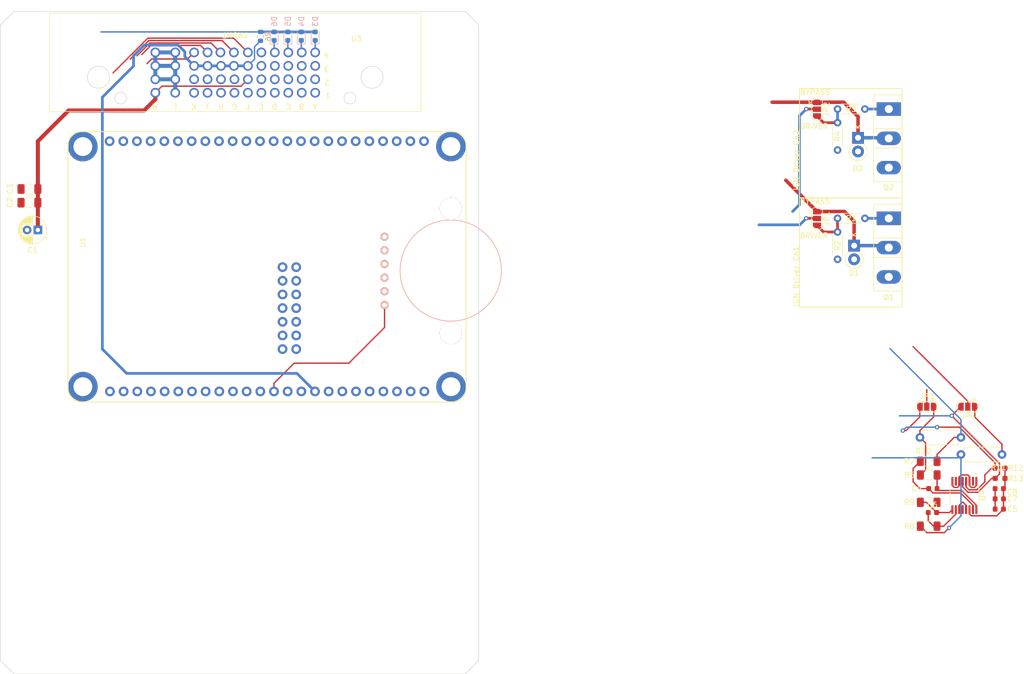
<source format=kicad_pcb>
(kicad_pcb (version 20240108) (generator "pcbnew") (generator_version "8.0")
  (layers (0 "F.Cu" signal) (31 "B.Cu" signal) (34 "B.Paste" user) (35 "F.Paste" user) (36 "B.SilkS" user "B.Silkscreen") (37 "F.SilkS" user "F.Silkscreen") (38 "B.Mask" user) (39 "F.Mask" user) (44 "Edge.Cuts" user))
  (net 0 "")
  (net 1 "IGN_COIL1_DRIVE")
  (net 2 "SAFE_SIGNAL")
  (net 3 "IGN_COIL2_DRIVE")
  (net 4 "Net-(Q1-G)")
  (net 5 "IGN_TRIG_1")
  (net 6 "IGN_TRIG_2")
  (net 7 "/INJ1_TRIG")
  (net 9 "/INJ2_TRIG")
  (net 11 "BIKE_+12V_SWITCHED_IN")
  (net 13 "BIKE_GROUND")
  (net 18 "/IDLE_1")
  (net 19 "/TACHO")
  (net 20 "/FUEL_PUMP")
  (net 21 "/FAN_CTL")
  (net 23 "SideStand_SWITCH")
  (net 26 "/NEUTRAL_LIGHT")
  (net 27 "Neutral_SWITCH")
  (net 28 "Clutch_SWITCH")
  (net 29 "SPR1_SWITCH")
  (net 30 "Net-(Q2-G)")
  (net 31 "/INJ3_TRIG")
  (net 32 "/INJ4_TRIG")
  (net 34 "IGN_TRIG_3")
  (net 35 "IGN_TRIG_4")
  (net 36 "Net-(U4-IN1+)")
  (net 37 "CLT_+5V")
  (net 38 "Net-(U1B-MAP_IN)")
  (net 39 "/TPS_SNSR")
  (net 40 "/CLT_SNSR")
  (net 41 "/IAT_SNSR")
  (net 42 "SPR2_SWITCH")
  (net 45 "/FLEX_SNSR")
  (net 46 "NEUTRAL_SIGNAL")
  (net 62 "Net-(U4-IN1-)")
  (net 64 "Net-(U4-IN2-)")
  (net 65 "/02_SNSR")
  (net 66 "Net-(U4-IN2+)")
  (net 68 "CRANK_SIGNAL")
  (net 69 "Net-(JP3-A)")
  (net 70 "CRANK_SNSR")
  (net 71 "CAM_SIGNAL")
  (net 72 "Net-(JP4-A)")
  (net 73 "CAM_SNSR")
  (net 74 "Net-(JP1-B)")
  (net 75 "Net-(JP2-B)")
  (net 76 "CRANK_SNSR_VR-")
  (net 77 "CAM_SNSR_VR-")
  (footprint "Resistor_SMD:R_1206_3216Metric_Pad1.30x1.75mm_HandSolder" (layer "F.Cu") (at 227.757501 118.58 180)
    (property "Reference" "R8")
    (property "Value" "10k")
  )
  (footprint "Resistor_SMD:R_0603_1608Metric_Pad0.98x0.95mm_HandSolder" (layer "F.Cu") (at 241.015001 107.785 180)
    (property "Reference" "R12")
    (property "Value" "1k")
  )
  (footprint "Capacitor_SMD:C_0603_1608Metric" (layer "F.Cu") (at 240.877501 111.595 180)
    (property "Reference" "C8")
    (property "Value" "1u")
  )
  (footprint "Package_TO_SOT_THT:TO-247-3_Vertical" (layer "F.Cu") (at 220.345 41.01 -90)
    (property "Reference" "Q2")
    (property "Value" "IRG4PF50W")
  )
  (footprint "Capacitor_SMD:C_0603_1608Metric" (layer "F.Cu") (at 240.877501 113.5 180)
    (property "Reference" "C7")
    (property "Value" "100n")
  )
  (footprint "Jumper:SolderJumper-3_P1.3mm_Open_RoundedPad1.0x1.5mm" (layer "F.Cu") (at 235.022501 96.355 180)
    (property "Reference" "JP4")
    (property "Value" "Cam - VR/Hall Selector")
  )
  (footprint "Package_TO_SOT_THT:TO-247-3_Vertical" (layer "F.Cu") (at 220.345 61.33 -90)
    (property "Reference" "Q1")
    (property "Value" "IRG4PF50W")
  )
  (footprint "Capacitor_SMD:C_1206_3216Metric_Pad1.33x1.80mm_HandSolder" (layer "F.Cu") (at 60.6675 58.42 180)
    (property "Reference" "C2")
    (property "Value" "100nF")
  )
  (footprint "Resistor_SMD:R_1206_3216Metric_Pad1.30x1.75mm_HandSolder" (layer "F.Cu") (at 227.757501 106.515)
    (property "Reference" "R7")
    (property "Value" "10k")
  )
  (footprint "Capacitor_SMD:C_0603_1608Metric" (layer "F.Cu") (at 240.877501 115.405 180)
    (property "Reference" "C5")
    (property "Value" "10n")
  )
  (footprint "Capacitor_SMD:C_1206_3216Metric_Pad1.33x1.80mm_HandSolder" (layer "F.Cu") (at 60.6675 55.88 180)
    (property "Reference" "C3")
    (property "Value" "1nF")
  )
  (footprint "Resistor_THT:R_Axial_DIN0204_L3.6mm_D1.6mm_P5.08mm_Horizontal" (layer "F.Cu") (at 210.82 63.87 -90)
    (property "Reference" "R2")
    (property "Value" "10k")
  )
  (footprint "Resistor_THT:R_Axial_DIN0207_L6.3mm_D2.5mm_P7.62mm_Horizontal" (layer "F.Cu") (at 226.132501 102.07)
    (property "Reference" "R10")
    (property "Value" "4.7k")
  )
  (footprint "Resistor_THT:R_Axial_DIN0204_L3.6mm_D1.6mm_P5.08mm_Horizontal" (layer "F.Cu") (at 215.9 41.01 180)
    (property "Reference" "R3")
    (property "Value" "1k")
  )
  (footprint "Capacitor_THT:CP_Radial_D5.0mm_P2.00mm" (layer "F.Cu") (at 62.23 63.5 180)
    (property "Reference" "C1")
    (property "Value" "10uF")
  )
  (footprint "Jumper:SolderJumper-3_P1.3mm_Open_RoundedPad1.0x1.5mm" (layer "F.Cu") (at 227.402501 96.355 180)
    (property "Reference" "JP3")
    (property "Value" "Crank - VR/Hall Selector")
  )
  (footprint "Core4:Core4" (layer "F.Cu") (at 133.985 46.99 -90)
    (property "Reference" "U1")
    (property "Value" "core4")
  )
  (footprint "Package_SO:QSOP-16_3.9x4.9mm_P0.635mm" (layer "F.Cu") (at 234.387501 112.865 -90)
    (property "Reference" "U4")
    (property "Value" "MAX9926UAEE+")
  )
  (footprint "Resistor_THT:R_Axial_DIN0207_L6.3mm_D2.5mm_P7.62mm_Horizontal" (layer "F.Cu") (at 241.372501 105.245 180)
    (property "Reference" "R11")
    (property "Value" "4.7k")
  )
  (footprint "Capacitor_SMD:C_0603_1608Metric" (layer "F.Cu") (at 228.445001 116.04)
    (property "Reference" "C6")
    (property "Value" "1n")
  )
  (footprint "Jumper:SolderJumper-3_P1.3mm_Open_RoundedPad1.0x1.5mm" (layer "F.Cu") (at 207.01 41.04 -90)
    (property "Reference" "JP2")
    (property "Value" "SolderJumper_3_Open")
  )
  (footprint "Diode_THT:D_DO-41_SOD81_P2.54mm_Vertical_KathodeUp" (layer "F.Cu") (at 214.63 46.355 -90)
    (property "Reference" "D2")
    (property "Value" "1N4007")
  )
  (footprint "Capacitor_SMD:C_0603_1608Metric" (layer "F.Cu") (at 228.532501 111.595 180)
    (property "Reference" "C4")
    (property "Value" "1n")
  )
  (footprint "Resistor_SMD:R_1206_3216Metric_Pad1.30x1.75mm_HandSolder" (layer "F.Cu") (at 227.757501 114.135)
    (property "Reference" "R9")
    (property "Value" "10k")
  )
  (footprint "Resistor_SMD:R_0603_1608Metric_Pad0.98x0.95mm_HandSolder" (layer "F.Cu") (at 241.015001 109.69 180)
    (property "Reference" "R13")
    (property "Value" "1k")
  )
  (footprint "Jumper:SolderJumper-3_P1.3mm_Open_RoundedPad1.0x1.5mm" (layer "F.Cu") (at 207.01 61.36 -90)
    (property "Reference" "JP1")
    (property "Value" "SolderJumper_3_Open")
  )
  (footprint "Diode_THT:D_DO-41_SOD81_P2.54mm_Vertical_KathodeUp" (layer "F.Cu") (at 213.9 66.41 -90)
    (property "Reference" "D1")
    (property "Value" "1N4007")
  )
  (footprint "Resistor_THT:R_Axial_DIN0204_L3.6mm_D1.6mm_P5.08mm_Horizontal" (layer "F.Cu") (at 215.9 61.33 180)
    (property "Reference" "R1")
    (property "Value" "1k")
  )
  (footprint "Molex_CMC_Conn:Molex_CMC_48pin_Male_Black" (layer "F.Cu") (at 98.91 22.78 180)
    (property "Reference" "U3")
    (property "Value" "~")
  )
  (footprint "Resistor_THT:R_Axial_DIN0204_L3.6mm_D1.6mm_P5.08mm_Horizontal" (layer "F.Cu") (at 210.82 43.55 -90)
    (property "Reference" "R4")
    (property "Value" "10k")
  )
  (footprint "Resistor_SMD:R_1206_3216Metric_Pad1.30x1.75mm_HandSolder" (layer "F.Cu") (at 227.770001 109.055 180)
    (property "Reference" "R5")
    (property "Value" "10k")
  )
  (footprint "Speeduino_Misc:MPX4250" (layer "B.Cu") (at 126.646437 77.445 90)
    (property "Reference" "U2" (hide yes))
    (property "Value" "MPX4250" (hide yes))
  )
  (footprint "Resistor_SMD:R_0603_1608Metric" (layer "B.Cu") (at 103.6 27.495 90)
    (property "Reference" "R6")
    (property "Value" "100k")
  )
  (footprint "Diode_SMD:D_0603_1608Metric" (layer "B.Cu") (at 108.68 27.4575 90)
    (property "Reference" "D5")
    (property "Value" "D")
  )
  (footprint "Diode_SMD:D_0603_1608Metric" (layer "B.Cu") (at 113.76 27.4575 90)
    (property "Reference" "D3")
    (property "Value" "D")
  )
  (footprint "Diode_SMD:D_0603_1608Metric" (layer "B.Cu") (at 111.17 27.4575 90)
    (property "Reference" "D4")
    (property "Value" "D")
  )
  (footprint "Diode_SMD:D_0603_1608Metric" (layer "B.Cu") (at 106.14 27.4575 90)
    (property "Reference" "D6")
    (property "Value" "D")
  )
  (gr_rect (start 203.74 57.52) (end 222.79 77.84) (stroke (width 0.15)) (fill none) (layer "F.SilkS"))
  (gr_rect (start 203.74 37.2) (end 222.79 57.52) (stroke (width 0.15)) (fill none) (layer "F.SilkS"))
  (gr_circle (center 124.323923 35.088936) (end 125.792734 36.521027) (stroke (width 0.1)) (fill none) (layer "Edge.Cuts"))
  (gr_line (start 141.7 22.86) (end 144.145 25.4) (stroke (width 0.1)) (layer "Edge.Cuts"))
  (gr_line (start 57.785 22.86) (end 55.245 25.4) (stroke (width 0.1)) (layer "Edge.Cuts"))
  (gr_circle (center 77.606536 38.969703) (end 76.769978 39.6757) (stroke (width 0.1)) (fill none) (layer "Edge.Cuts"))
  (gr_line (start 57.785 146.05) (end 141.7 146.05) (stroke (width 0.1)) (layer "Edge.Cuts"))
  (gr_line (start 57.785 22.86) (end 141.7 22.86) (stroke (width 0.1)) (layer "Edge.Cuts"))
  (gr_circle (center 120.213308 38.975242) (end 121.049866 39.681239) (stroke (width 0.1)) (fill none) (layer "Edge.Cuts"))
  (gr_line (start 141.7 146.05) (end 144.145 143.51) (stroke (width 0.1)) (layer "Edge.Cuts"))
  (gr_line (start 55.245 25.4) (end 55.245 143.51) (stroke (width 0.1)) (layer "Edge.Cuts"))
  (gr_circle (center 73.495921 35.083397) (end 72.02711 36.515488) (stroke (width 0.1)) (fill none) (layer "Edge.Cuts"))
  (gr_line (start 55.245 143.51) (end 57.785 146.05) (stroke (width 0.1)) (layer "Edge.Cuts"))
  (gr_line (start 144.145 143.51) (end 144.145 25.4) (stroke (width 0.1)) (layer "Edge.Cuts"))
  (gr_text "IGN Driver Ch2" (at 203.74 56.25 90) (layer "F.SilkS") (effects (font (size 1 1)) (justify left bottom)))
  (gr_text "DRIVER" (at 203.74 44.82 0) (layer "F.SilkS") (effects (font (size 1 1)) (justify left bottom)))
  (gr_text "BYPASS" (at 203.74 58.79 0) (layer "F.SilkS") (effects (font (size 1 1)) (justify left bottom)))
  (gr_text "BYPASS" (at 203.74 38.47 0) (layer "F.SilkS") (effects (font (size 1 1)) (justify left bottom)))
  (gr_text "IGN Driver Ch1" (at 203.74 77.84 90) (layer "F.SilkS") (effects (font (size 1 1)) (justify left bottom)))
  (gr_text "DRIVER" (at 203.74 65.14 0) (layer "F.SilkS") (effects (font (size 1 1)) (justify left bottom)))
  (segment (start 213.9 61.87) (end 213.9 66.41) (width 0.65) (layer "F.Cu") (net 1))
  (segment (start 212.09 60.06) (end 213.9 61.87) (width 0.65) (layer "F.Cu") (net 1))
  (segment (start 207.01 60.06) (end 201.2 54.25) (width 0.65) (layer "F.Cu") (net 1))
  (segment (start 207.01 60.06) (end 212.09 60.06) (width 0.65) (layer "F.Cu") (net 1))
  (segment (start 219.975 66.41) (end 220.345 66.78) (width 0.25) (layer "F.Cu") (net 1))
  (segment (start 213.9 66.41) (end 219.975 66.41) (width 0.65) (layer "B.Cu") (net 1))
  (segment (start 214.63 66.41) (end 214.63 66.09) (width 0.25) (layer "B.Cu") (net 1))
  (segment (start 73.94005 26.67) (end 104.14 26.67) (width 0.25) (layer "B.Cu") (net 2))
  (segment (start 104.14 26.67) (end 113.76 26.67) (width 0.5) (layer "B.Cu") (net 2))
  (segment (start 103.6 26.67) (end 104.14 26.67) (width 0.5) (layer "B.Cu") (net 2))
  (segment (start 211.956206 39.74) (end 207.01 39.74) (width 0.65) (layer "F.Cu") (net 3))
  (segment (start 207.01 39.74) (end 198.66 39.74) (width 0.65) (layer "F.Cu") (net 3))
  (segment (start 214.63 42.413794) (end 211.956206 39.74) (width 0.65) (layer "F.Cu") (net 3))
  (segment (start 214.63 46.355) (end 214.63 42.413794) (width 0.65) (layer "F.Cu") (net 3))
  (segment (start 220.24 46.355) (end 220.345 46.46) (width 0.65) (layer "B.Cu") (net 3))
  (segment (start 214.63 46.355) (end 220.24 46.355) (width 0.65) (layer "B.Cu") (net 3))
  (segment (start 214.895 46.09) (end 214.63 46.355) (width 0.65) (layer "B.Cu") (net 3))
  (segment (start 215.9 61.33) (end 220.345 61.33) (width 0.5) (layer "B.Cu") (net 4))
  (segment (start 205.01 61.33) (end 204.74 61.33) (width 0.25) (layer "F.Cu") (net 5))
  (segment (start 205.01 61.33) (end 206.98 61.33) (width 0.5) (layer "F.Cu") (net 5))
  (segment (start 206.98 61.33) (end 207.01 61.36) (width 0.25) (layer "F.Cu") (net 5))
  (via (at 205.01 61.33) (size 0.8) (drill 0.4) (layers "F.Cu" "B.Cu") (net 5))
  (segment (start 205.01 61.33) (end 203.8 62.54) (width 0.5) (layer "B.Cu") (net 5))
  (segment (start 203.8 62.54) (end 196.215 62.54) (width 0.5) (layer "B.Cu") (net 5))
  (segment (start 207.01 41.04) (end 206.98 41.01) (width 0.25) (layer "F.Cu") (net 6))
  (segment (start 206.98 41.01) (end 205.01 41.01) (width 0.5) (layer "F.Cu") (net 6))
  (via (at 205.01 41.01) (size 0.8) (drill 0.4) (layers "F.Cu" "B.Cu") (net 6))
  (segment (start 203.74 42.28) (end 205.01 41.01) (width 0.5) (layer "B.Cu") (net 6))
  (segment (start 203.74 58.79) (end 203.74 42.28) (width 0.5) (layer "B.Cu") (net 6))
  (segment (start 202.47 60.06) (end 203.74 58.79) (width 0.5) (layer "B.Cu") (net 6))
  (segment (start 101.6 38.32) (end 101.26 37.98) (width 0.25) (layer "F.Cu") (net 7))
  (segment (start 103.76 38.26) (end 103.76 37.98) (width 0.25) (layer "B.Cu") (net 9))
  (segment (start 62.23 55.88) (end 62.23 46.99) (width 0.75) (layer "F.Cu") (net 11))
  (segment (start 99.985 36.755) (end 85.285 36.755) (width 0.25) (layer "F.Cu") (net 11))
  (segment (start 62.23 58.42) (end 62.23 63.5) (width 0.75) (layer "F.Cu") (net 11))
  (segment (start 81.975 41.275) (end 84.06 39.19) (width 0.75) (layer "F.Cu") (net 11))
  (segment (start 101.26 35.48) (end 99.985 36.755) (width 0.25) (layer "F.Cu") (net 11))
  (segment (start 85.285 36.755) (end 84.06 37.98) (width 0.25) (layer "F.Cu") (net 11))
  (segment (start 62.23 55.88) (end 62.23 58.42) (width 0.75) (layer "F.Cu") (net 11))
  (segment (start 62.23 46.99) (end 67.945 41.275) (width 0.75) (layer "F.Cu") (net 11))
  (segment (start 67.945 41.275) (end 81.975 41.275) (width 0.75) (layer "F.Cu") (net 11))
  (segment (start 84.06 39.19) (end 84.06 37.98) (width 0.75) (layer "F.Cu") (net 11))
  (segment (start 233.795002 109.055) (end 235.022501 109.055) (width 0.25) (layer "F.Cu") (net 13))
  (segment (start 233.435001 110.2275) (end 233.435001 109.415001) (width 0.25) (layer "F.Cu") (net 13))
  (segment (start 236.253813 111.365) (end 236.610001 111.008812) (width 0.25) (layer "F.Cu") (net 13))
  (segment (start 233.435001 115.5025) (end 233.435001 114.690001) (width 0.25) (layer "F.Cu") (net 13))
  (segment (start 232.165001 111.039999) (end 232.490002 111.365) (width 0.25) (layer "F.Cu") (net 13))
  (segment (start 234.15 114.135) (end 234.705001 114.690001) (width 0.25) (layer "F.Cu") (net 13))
  (segment (start 232.165001 110.2275) (end 232.165001 111.039999) (width 0.25) (layer "F.Cu") (net 13))
  (segment (start 236.610001 111.008812) (end 236.610001 110.2275) (width 0.25) (layer "F.Cu") (net 13))
  (segment (start 235.340001 111.008812) (end 235.696189 111.365) (width 0.25) (layer "F.Cu") (net 13))
  (segment (start 235.340001 110.2275) (end 235.340001 111.008812) (width 0.25) (layer "F.Cu") (net 13))
  (segment (start 233.11 111.365) (end 233.435001 111.039999) (width 0.25) (layer "F.Cu") (net 13))
  (segment (start 235.340001 109.3725) (end 235.340001 110.2275) (width 0.25) (layer "F.Cu") (net 13))
  (segment (start 233.990002 114.135) (end 234.15 114.135) (width 0.25) (layer "F.Cu") (net 13))
  (segment (start 233.435001 111.039999) (end 233.435001 110.2275) (width 0.25) (layer "F.Cu") (net 13))
  (segment (start 235.022501 109.055) (end 235.340001 109.3725) (width 0.25) (layer "F.Cu") (net 13))
  (segment (start 233.435001 109.415001) (end 233.795002 109.055) (width 0.25) (layer "F.Cu") (net 13))
  (segment (start 240.102501 115.405) (end 240.102501 111.595) (width 0.25) (layer "F.Cu") (net 13))
  (segment (start 234.705001 114.690001) (end 234.705001 115.5025) (width 0.25) (layer "F.Cu") (net 13))
  (segment (start 235.696189 111.365) (end 236.253813 111.365) (width 0.25) (layer "F.Cu") (net 13))
  (segment (start 232.490002 111.365) (end 233.11 111.365) (width 0.25) (layer "F.Cu") (net 13))
  (segment (start 233.435001 114.690001) (end 233.990002 114.135) (width 0.25) (layer "F.Cu") (net 13))
  (segment (start 87.76 37.98) (end 87.76 30.48) (width 0.75) (layer "B.Cu") (net 13))
  (segment (start 84.06 32.98) (end 87.76 32.98) (width 0.75) (layer "B.Cu") (net 13))
  (segment (start 84.06 30.48) (end 87.76 30.48) (width 0.75) (layer "B.Cu") (net 13))
  (segment (start 87.76 35.48) (end 84.06 35.48) (width 0.75) (layer "B.Cu") (net 13))
  (segment (start 84.06 35.48) (end 84.06 30.48) (width 0.75) (layer "B.Cu") (net 13))
  (segment (start 93.98 38.2) (end 93.76 37.98) (width 0.65) (layer "B.Cu") (net 20))
  (segment (start 96.26 37.98) (end 96.52 38.24) (width 0.65) (layer "B.Cu") (net 21))
  (segment (start 113.76 28.245) (end 113.76 30.48) (width 0.25) (layer "B.Cu") (net 23))
  (segment (start 111.17 30.39) (end 111.26 30.48) (width 0.25) (layer "B.Cu") (net 27))
  (segment (start 111.17 28.245) (end 111.17 30.39) (width 0.25) (layer "B.Cu") (net 27))
  (segment (start 108.68 30.4) (end 108.76 30.48) (width 0.25) (layer "B.Cu") (net 28))
  (segment (start 108.68 28.245) (end 108.68 30.4) (width 0.25) (layer "B.Cu") (net 28))
  (segment (start 106.14 30.36) (end 106.26 30.48) (width 0.25) (layer "B.Cu") (net 29))
  (segment (start 106.14 28.245) (end 106.14 30.36) (width 0.25) (layer "B.Cu") (net 29))
  (segment (start 215.9 41.01) (end 220.345 41.01) (width 0.5) (layer "B.Cu") (net 30))
  (segment (start 236.610001 114.688605) (end 233.866396 111.945) (width 0.25) (layer "F.Cu") (net 36))
  (segment (start 236.610001 115.5025) (end 236.610001 114.688605) (width 0.25) (layer "F.Cu") (net 36))
  (segment (start 229.657501 111.945) (end 229.307501 111.595) (width 0.25) (layer "F.Cu") (net 36))
  (segment (start 229.320001 109.055) (end 229.320001 111.5825) (width 0.25) (layer "F.Cu") (net 36))
  (segment (start 233.866396 111.945) (end 229.657501 111.945) (width 0.25) (layer "F.Cu") (net 36))
  (segment (start 229.320001 111.5825) (end 229.307501 111.595) (width 0.25) (layer "F.Cu") (net 36))
  (segment (start 235.665002 116.64) (end 235.340001 116.314999) (width 0.25) (layer "F.Cu") (net 37))
  (segment (start 235.340001 116.314999) (end 235.340001 115.5025) (width 0.25) (layer "F.Cu") (net 37))
  (segment (start 241.927501 109.69) (end 241.927501 111.32) (width 0.25) (layer "F.Cu") (net 37))
  (segment (start 241.652501 115.405) (end 240.417501 116.64) (width 0.25) (layer "F.Cu") (net 37))
  (segment (start 241.927501 107.785) (end 241.927501 109.69) (width 0.25) (layer "F.Cu") (net 37))
  (segment (start 241.927501 111.32) (end 241.652501 111.595) (width 0.25) (layer "F.Cu") (net 37))
  (segment (start 240.417501 116.64) (end 235.665002 116.64) (width 0.25) (layer "F.Cu") (net 37))
  (segment (start 241.652501 111.595) (end 241.652501 115.405) (width 0.25) (layer "F.Cu") (net 37))
  (segment (start 89.535 31.255) (end 89.535 30.345811) (width 0.5) (layer "B.Cu") (net 37))
  (segment (start 101.26 32.98) (end 91.26 32.98) (width 0.5) (layer "B.Cu") (net 37))
  (segment (start 74.215 85.645) (end 78.74 90.17) (width 0.5) (layer "B.Cu") (net 37))
  (segment (start 74.215 38.815) (end 74.215 85.645) (width 0.5) (layer "B.Cu") (net 37))
  (segment (start 103.6 28.32) (end 102.485 29.435) (width 0.25) (layer "B.Cu") (net 37))
  (segment (start 78.74 90.17) (end 110.375 90.17) (width 0.5) (layer "B.Cu") (net 37))
  (segment (start 89.535 30.345811) (end 88.319189 29.13) (width 0.5) (layer "B.Cu") (net 37))
  (segment (start 81.995 29.13) (end 80.01 31.115) (width 0.5) (layer "B.Cu") (net 37))
  (segment (start 102.485 29.435) (end 102.485 31.755) (width 0.25) (layer "B.Cu") (net 37))
  (segment (start 102.485 31.755) (end 101.26 32.98) (width 0.25) (layer "B.Cu") (net 37))
  (segment (start 91.26 32.98) (end 89.535 31.255) (width 0.5) (layer "B.Cu") (net 37))
  (segment (start 88.319189 29.13) (end 81.995 29.13) (width 0.5) (layer "B.Cu") (net 37))
  (segment (start 80.01 31.115) (end 80.01 33.02) (width 0.5) (layer "B.Cu") (net 37))
  (segment (start 110.375 90.17) (end 113.725 93.52) (width 0.5) (layer "B.Cu") (net 37))
  (segment (start 80.01 33.02) (end 74.215 38.815) (width 0.5) (layer "B.Cu") (net 37))
  (segment (start 109.855 88.265) (end 106.105 92.015) (width 0.25) (layer "F.Cu") (net 38))
  (segment (start 106.105 92.015) (end 106.105 93.52) (width 0.25) (layer "F.Cu") (net 38))
  (segment (start 126.646437 77.445) (end 126.646437 81.633563) (width 0.25) (layer "F.Cu") (net 38))
  (segment (start 126.646437 81.633563) (end 120.015 88.265) (width 0.25) (layer "F.Cu") (net 38))
  (segment (start 120.015 88.265) (end 109.855 88.265) (width 0.25) (layer "F.Cu") (net 38))
  (segment (start 82.506142 32.578441) (end 83.379583 31.705) (width 0.25) (layer "F.Cu") (net 39))
  (segment (start 90.035 31.705) (end 91.26 30.48) (width 0.25) (layer "F.Cu") (net 39))
  (segment (start 83.379583 31.705) (end 90.035 31.705) (width 0.25) (layer "F.Cu") (net 39))
  (segment (start 83.239423 29.173922) (end 92.453922 29.173922) (width 0.25) (layer "F.Cu") (net 40))
  (segment (start 81.552871 30.860474) (end 83.239423 29.173922) (width 0.25) (layer "F.Cu") (net 40))
  (segment (start 92.453922 29.173922) (end 93.76 30.48) (width 0.25) (layer "F.Cu") (net 40))
  (segment (start 80.645 31.115) (end 83.036078 28.723922) (width 0.25) (layer "F.Cu") (net 41))
  (segment (start 83.036078 28.723922) (end 94.403922 28.723922) (width 0.25) (layer "F.Cu") (net 41))
  (segment (start 94.403922 28.723922) (end 96.16 30.48) (width 0.25) (layer "F.Cu") (net 41))
  (segment (start 98.603922 27.823922) (end 101.26 30.48) (width 0.25) (layer "F.Cu") (net 45))
  (segment (start 76.2 34.287208) (end 82.663286 27.823922) (width 0.25) (layer "F.Cu") (net 45))
  (segment (start 82.663286 27.823922) (end 98.603922 27.823922) (width 0.25) (layer "F.Cu") (net 45))
  (segment (start 235.975001 115.5025) (end 235.975001 114.690001) (width 0.25) (layer "F.Cu") (net 62))
  (segment (start 224.862501 107.86) (end 224.862501 110.325) (width 0.25) (layer "F.Cu") (net 62))
  (segment (start 228.557501 112.395) (end 227.757501 111.595) (width 0.25) (layer "F.Cu") (net 62))
  (segment (start 235.975001 114.690001) (end 233.68 112.395) (width 0.25) (layer "F.Cu") (net 62))
  (segment (start 226.132501 111.595) (end 227.757501 111.595) (width 0.25) (layer "F.Cu") (net 62))
  (segment (start 226.207501 106.515) (end 224.862501 107.86) (width 0.25) (layer "F.Cu") (net 62))
  (segment (start 224.862501 110.325) (end 226.132501 111.595) (width 0.25) (layer "F.Cu") (net 62))
  (segment (start 233.68 112.395) (end 228.557501 112.395) (width 0.25) (layer "F.Cu") (net 62))
  (segment (start 229.307501 118.58) (end 230.535 118.58) (width 0.25) (layer "F.Cu") (net 64))
  (segment (start 232.800001 116.314999) (end 232.800001 115.5025) (width 0.25) (layer "F.Cu") (net 64))
  (segment (start 230.535 118.58) (end 232.800001 116.314999) (width 0.25) (layer "F.Cu") (net 64))
  (segment (start 227.670001 117.5775) (end 227.670001 116.04) (width 0.25) (layer "F.Cu") (net 64))
  (segment (start 228.672501 118.58) (end 227.670001 117.5775) (width 0.25) (layer "F.Cu") (net 64))
  (segment (start 229.307501 118.58) (end 228.672501 118.58) (width 0.25) (layer "F.Cu") (net 64))
  (segment (start 79.375 31.748604) (end 82.849682 28.273922) (width 0.25) (layer "F.Cu") (net 65))
  (segment (start 82.849682 28.273922) (end 96.453922 28.273922) (width 0.25) (layer "F.Cu") (net 65))
  (segment (start 96.453922 28.273922) (end 98.66 30.48) (width 0.25) (layer "F.Cu") (net 65))
  (segment (start 229.220001 116.04) (end 231.627501 116.04) (width 0.25) (layer "F.Cu") (net 66))
  (segment (start 227.315001 114.135) (end 226.207501 114.135) (width 0.25) (layer "F.Cu") (net 66))
  (segment (start 231.627501 116.04) (end 232.165001 115.5025) (width 0.25) (layer "F.Cu") (net 66))
  (segment (start 229.220001 116.04) (end 227.315001 114.135) (width 0.25) (layer "F.Cu") (net 66))
  (segment (start 233.438492 100.165) (end 229.307501 100.165) (width 0.25) (layer "F.Cu") (net 68))
  (segment (start 234.705001 111.276104) (end 235.243897 111.815) (width 0.25) (layer "F.Cu") (net 68))
  (segment (start 226.102501 96.355) (end 226.102501 98.26) (width 0.25) (layer "F.Cu") (net 68))
  (segment (start 222.957501 100.8) (end 223.562501 100.8) (width 0.25) (layer "F.Cu") (net 68))
  (segment (start 235.243897 111.815) (end 236.707501 111.815) (width 0.25) (layer "F.Cu") (net 68))
  (segment (start 236.707501 111.815) (end 238.197501 110.325) (width 0.25) (layer "F.Cu") (net 68))
  (segment (start 234.705001 110.2275) (end 234.705001 111.276104) (width 0.25) (layer "F.Cu") (net 68))
  (segment (start 238.197501 110.325) (end 238.197501 109.055) (width 0.25) (layer "F.Cu") (net 68))
  (segment (start 240.102501 106.829009) (end 233.438492 100.165) (width 0.25) (layer "F.Cu") (net 68))
  (segment (start 239.467501 107.785) (end 240.102501 107.785) (width 0.25) (layer "F.Cu") (net 68))
  (segment (start 226.102501 98.26) (end 223.562501 100.8) (width 0.25) (layer "F.Cu") (net 68))
  (segment (start 238.197501 109.055) (end 239.467501 107.785) (width 0.25) (layer "F.Cu") (net 68))
  (segment (start 240.102501 107.785) (end 240.102501 106.829009) (width 0.25) (layer "F.Cu") (net 68))
  (via (at 229.307501 100.165) (size 0.8) (drill 0.4) (layers "F.Cu" "B.Cu") (net 68))
  (via (at 222.957501 100.8) (size 0.8) (drill 0.4) (layers "F.Cu" "B.Cu") (net 68))
  (segment (start 223.592501 100.165) (end 222.957501 100.8) (width 0.25) (layer "B.Cu") (net 68))
  (segment (start 229.307501 100.165) (end 223.592501 100.165) (width 0.25) (layer "B.Cu") (net 68))
  (segment (start 226.220001 109.055) (end 227.182501 108.0925) (width 0.25) (layer "F.Cu") (net 69))
  (segment (start 226.132501 100.8) (end 226.132501 102.07) (width 0.25) (layer "F.Cu") (net 69))
  (segment (start 227.182501 103.12) (end 226.132501 102.07) (width 0.25) (layer "F.Cu") (net 69))
  (segment (start 228.702501 98.23) (end 226.132501 100.8) (width 0.25) (layer "F.Cu") (net 69))
  (segment (start 227.182501 108.0925) (end 227.182501 103.12) (width 0.25) (layer "F.Cu") (net 69))
  (segment (start 228.702501 96.355) (end 228.702501 98.23) (width 0.25) (layer "F.Cu") (net 69))
  (segment (start 227.402501 93.18) (end 227.402501 96.355) (width 0.25) (layer "F.Cu") (net 70))
  (segment (start 236.893897 112.265) (end 235.057501 112.265) (width 0.25) (layer "F.Cu") (net 71))
  (segment (start 239.467501 109.69) (end 238.647501 110.51) (width 0.25) (layer "F.Cu") (net 71))
  (segment (start 240.915001 106.922194) (end 232.050154 98.057347) (width 0.25) (layer "F.Cu") (net 71))
  (segment (start 240.102501 109.69) (end 239.467501 109.69) (width 0.25) (layer "F.Cu") (net 71))
  (segment (start 235.057501 112.265) (end 234.070001 111.2775) (width 0.25) (layer "F.Cu") (net 71))
  (segment (start 238.647501 110.511396) (end 236.893897 112.265) (width 0.25) (layer "F.Cu") (net 71))
  (segment (start 238.647501 110.51) (end 238.647501 110.511396) (width 0.25) (layer "F.Cu") (net 71))
  (segment (start 232.050154 98.057347) (end 232.050154 98.027347) (width 0.25) (layer "F.Cu") (net 71))
  (segment (start 232.050154 98.027347) (end 233.722501 96.355) (width 0.25) (layer "F.Cu") (net 71))
  (segment (start 240.915001 108.8775) (end 240.915001 106.922194) (width 0.25) (layer "F.Cu") (net 71))
  (segment (start 234.070001 111.2775) (end 234.070001 110.2275) (width 0.25) (layer "F.Cu") (net 71))
  (segment (start 240.102501 109.69) (end 240.915001 108.8775) (width 0.25) (layer "F.Cu") (net 71))
  (via (at 232.050154 98.057347) (size 0.8) (drill 0.4) (layers "F.Cu" "B.Cu") (net 71))
  (segment (start 232.050154 98.057347) (end 222.322501 98.057347) (width 0.25) (layer "B.Cu") (net 71))
  (segment (start 236.322501 96.355) (end 236.322501 98.29) (width 0.25) (layer "F.Cu") (net 72))
  (segment (start 236.322501 98.29) (end 241.372501 103.34) (width 0.25) (layer "F.Cu") (net 72))
  (segment (start 241.372501 103.34) (end 241.372501 105.245) (width 0.25) (layer "F.Cu") (net 72))
  (segment (start 235.022501 95.355) (end 235.022501 96.355) (width 0.25) (layer "F.Cu") (net 73))
  (segment (start 224.862501 85.195) (end 235.022501 95.355) (width 0.25) (layer "F.Cu") (net 73))
  (segment (start 208.22 63.87) (end 207.01 62.66) (width 0.5) (layer "F.Cu") (net 74))
  (segment (start 210.82 63.87) (end 208.22 63.87) (width 0.5) (layer "F.Cu") (net 74))
  (segment (start 210.82 63.87) (end 210.82 61.33) (width 0.5) (layer "F.Cu") (net 74))
  (segment (start 208.22 43.55) (end 210.82 43.55) (width 0.5) (layer "F.Cu") (net 75))
  (segment (start 210.79 43.58) (end 210.82 43.55) (width 0.25) (layer "F.Cu") (net 75))
  (segment (start 207.01 42.34) (end 208.22 43.55) (width 0.5) (layer "F.Cu") (net 75))
  (segment (start 210.82 41.01) (end 210.82 43.55) (width 0.5) (layer "B.Cu") (net 75))
  (segment (start 229.307501 105.245) (end 232.482501 102.07) (width 0.25) (layer "F.Cu") (net 76))
  (segment (start 232.482501 102.07) (end 233.752501 102.07) (width 0.25) (layer "F.Cu") (net 76))
  (segment (start 229.307501 106.515) (end 229.307501 105.245) (width 0.25) (layer "F.Cu") (net 76))
  (segment (start 233.752501 102.07) (end 233.752501 98.734389) (width 0.25) (layer "B.Cu") (net 76))
  (segment (start 233.752501 98.734389) (end 220.563112 85.545) (width 0.25) (layer "B.Cu") (net 76))
  (segment (start 231.530001 118.8975) (end 230.647501 119.78) (width 0.25) (layer "F.Cu") (net 77))
  (segment (start 227.407501 119.78) (end 226.207501 118.58) (width 0.25) (layer "F.Cu") (net 77))
  (segment (start 230.647501 119.78) (end 227.407501 119.78) (width 0.25) (layer "F.Cu") (net 77))
  (via (at 231.530001 118.8975) (size 0.8) (drill 0.4) (layers "F.Cu" "B.Cu") (net 77))
  (segment (start 217.242501 105.865) (end 233.132501 105.865) (width 0.25) (layer "B.Cu") (net 77))
  (segment (start 231.530001 118.8975) (end 233.752501 116.675) (width 0.25) (layer "B.Cu") (net 77))
  (segment (start 233.752501 116.675) (end 233.752501 105.245) (width 0.25) (layer "B.Cu") (net 77))
  (segment (start 233.132501 105.865) (end 233.752501 105.245) (width 0.25) (layer "B.Cu") (net 77))
)
</source>
